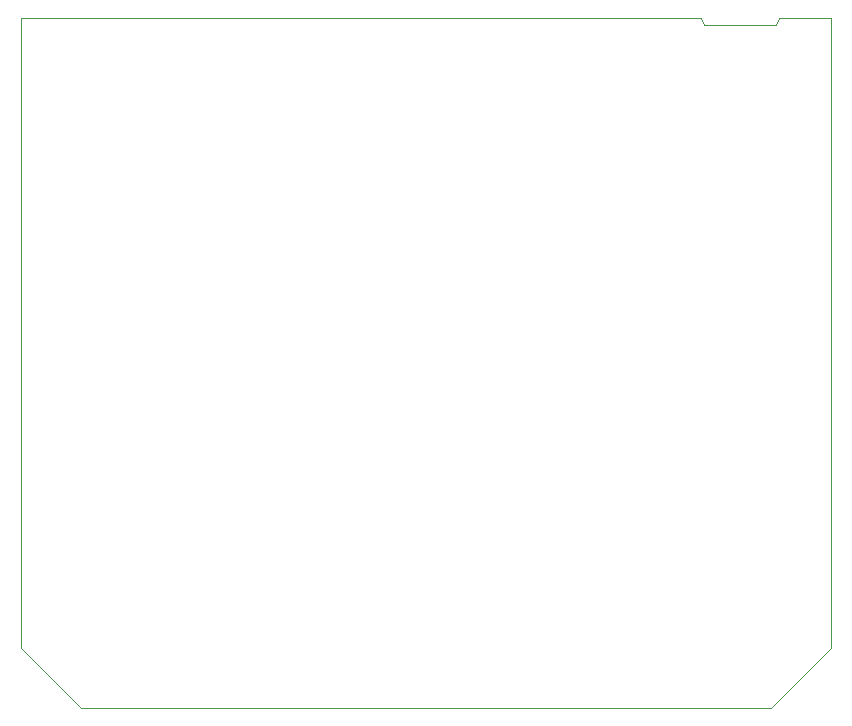
<source format=gbr>
%TF.GenerationSoftware,KiCad,Pcbnew,7.0.9*%
%TF.CreationDate,2025-04-10T13:05:33+02:00*%
%TF.ProjectId,CW,43572e6b-6963-4616-945f-706362585858,rev?*%
%TF.SameCoordinates,Original*%
%TF.FileFunction,Profile,NP*%
%FSLAX46Y46*%
G04 Gerber Fmt 4.6, Leading zero omitted, Abs format (unit mm)*
G04 Created by KiCad (PCBNEW 7.0.9) date 2025-04-10 13:05:33*
%MOMM*%
%LPD*%
G01*
G04 APERTURE LIST*
%TA.AperFunction,Profile*%
%ADD10C,0.100000*%
%TD*%
G04 APERTURE END LIST*
D10*
X169341800Y-70459600D02*
X175437800Y-70459600D01*
X175666400Y-69850000D01*
X176022000Y-69850000D01*
X180086000Y-69850000D01*
X180086000Y-123190000D01*
X175006000Y-128270000D01*
X116586000Y-128270000D01*
X111506000Y-123190000D01*
X111506000Y-69850000D01*
X169113200Y-69850000D01*
X169341800Y-70459600D01*
M02*

</source>
